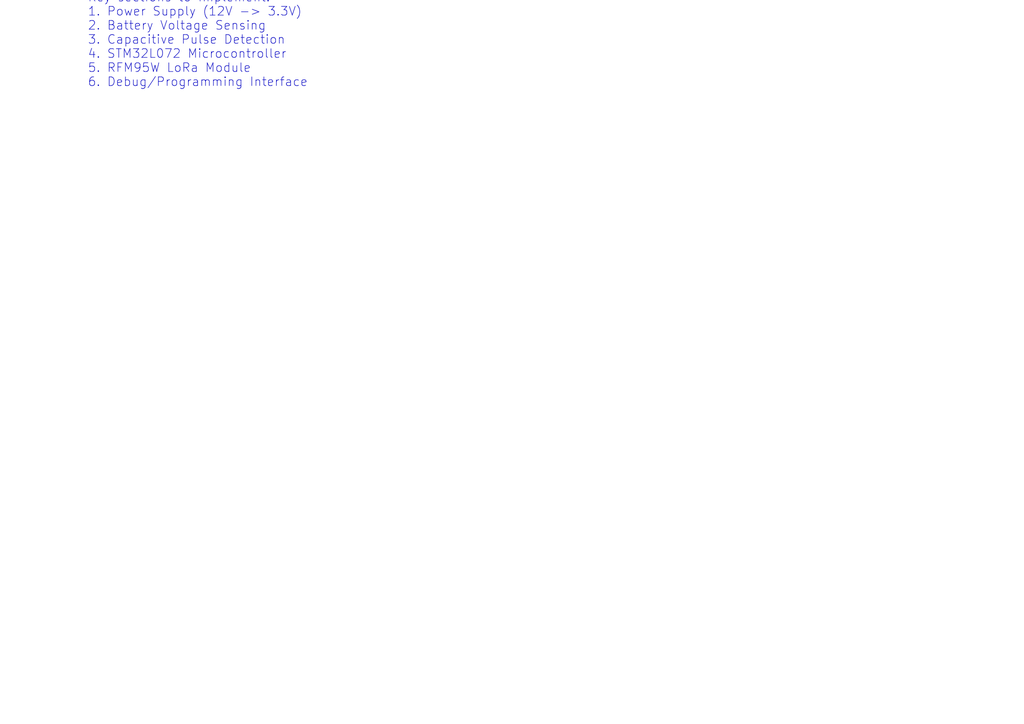
<source format=kicad_sch>
(kicad_sch (version 20230121) (generator eeschema)

  (uuid e63e39d7-6ac0-4ffa-8c03-5c1f78bcf4f8)

  (paper "A4")

  (title_block
    (title "Electric Fence Monitor - Sensor Board")
    (date "2026-01-21")
    (rev "v1.0")
    (company "Electric Fence Monitor")
  )

  (lib_symbols)

  (text "Electric Fence Monitor Sensor Board\n\nThis is a template schematic file.\nRefer to hardware/docs/kicad-design-guide.md for detailed\ninstructions on completing the schematic design.\n\nKey sections to implement:\n1. Power Supply (12V -> 3.3V)\n2. Battery Voltage Sensing\n3. Capacitive Pulse Detection\n4. STM32L072 Microcontroller\n5. RFM95W LoRa Module\n6. Debug/Programming Interface"
    (at 25.4 25.4 0)
    (effects (font (size 2.54 2.54)) (justify left bottom))
    (uuid "00000000-0000-0000-0000-000000000001")
  )

  (sheet_instances
    (path "/" (page "1"))
  )
)

</source>
